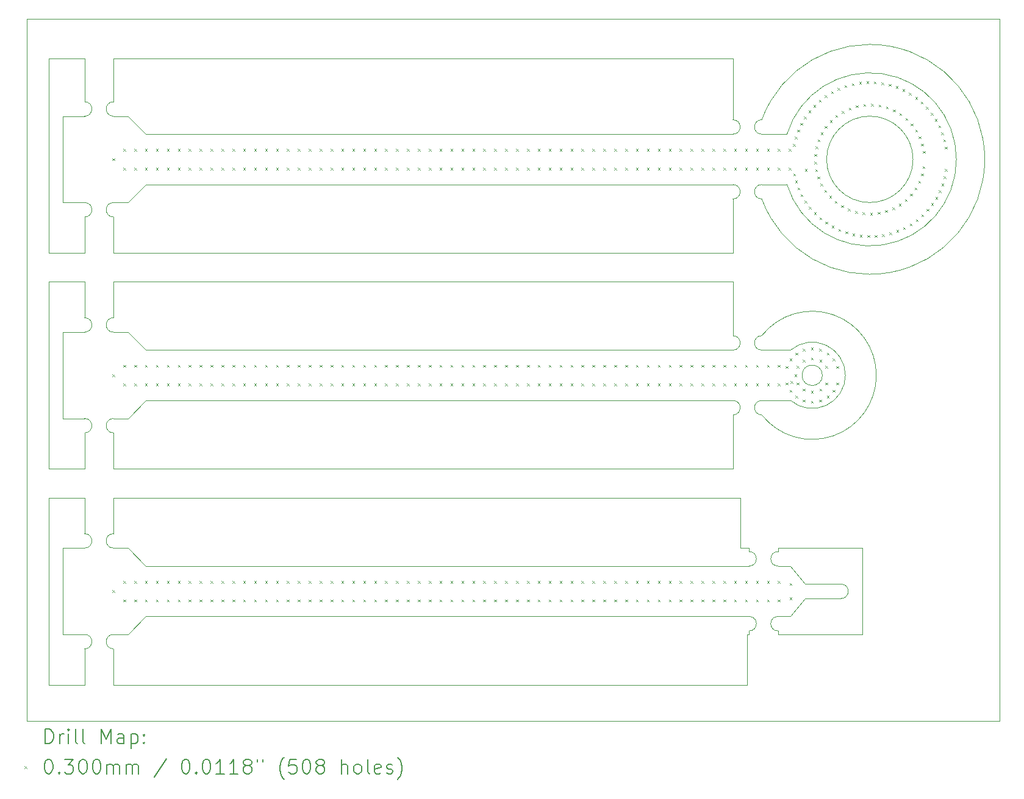
<source format=gbr>
%FSLAX45Y45*%
G04 Gerber Fmt 4.5, Leading zero omitted, Abs format (unit mm)*
G04 Created by KiCad (PCBNEW (6.0.1)) date 2023-07-16 14:40:19*
%MOMM*%
%LPD*%
G01*
G04 APERTURE LIST*
%TA.AperFunction,Profile*%
%ADD10C,0.100000*%
%TD*%
%ADD11C,0.200000*%
%ADD12C,0.030000*%
G04 APERTURE END LIST*
D10*
X17100000Y-9450000D02*
G75*
G03*
X17100000Y-8750000I300000J350000D01*
G01*
X17000000Y-11500000D02*
X18100000Y-11500000D01*
X7900000Y-9700000D02*
X8150000Y-9450000D01*
X16300000Y-7800000D02*
X7700000Y-7800000D01*
X17100000Y-12450000D02*
X17300000Y-12200000D01*
X16925000Y-11500000D02*
X16925000Y-11550000D01*
X16525000Y-12700000D02*
X16500000Y-12700000D01*
X7300000Y-11500000D02*
X7000000Y-11500000D01*
X17050000Y-6450000D02*
G75*
G03*
X17050000Y-5750000I1150001J350000D01*
G01*
X7900000Y-12700000D02*
X8150000Y-12450000D01*
X16300000Y-4700000D02*
X7700000Y-4700000D01*
X7700000Y-12700000D02*
G75*
G03*
X7700000Y-12900000I0J-100000D01*
G01*
X16525000Y-12450000D02*
X8150000Y-12450000D01*
X17100000Y-11750000D02*
X17300000Y-12000000D01*
X16525000Y-11500000D02*
X16500000Y-11500000D01*
X6800000Y-4700000D02*
X7300000Y-4700000D01*
X7900000Y-6700000D02*
X8150000Y-6450000D01*
X16300000Y-8750000D02*
G75*
G03*
X16300000Y-8550000I0J100000D01*
G01*
X7300000Y-12900000D02*
G75*
G03*
X7300000Y-12700000I0J100000D01*
G01*
X7700000Y-9900000D02*
X7700000Y-10400000D01*
X16500000Y-13400000D02*
X16500000Y-12700000D01*
X16300000Y-9450000D02*
X8150000Y-9450000D01*
X7300000Y-13400000D02*
X6800000Y-13400000D01*
X7700000Y-8300000D02*
G75*
G03*
X7700000Y-8500000I0J-100000D01*
G01*
X16525000Y-11750000D02*
G75*
G03*
X16525000Y-11550000I0J100000D01*
G01*
X16700000Y-9650000D02*
G75*
G03*
X16700000Y-8550000I700182J550000D01*
G01*
X16925000Y-12450000D02*
G75*
G03*
X16925000Y-12650000I0J-100000D01*
G01*
X6800000Y-10400000D02*
X7300000Y-10400000D01*
X7300000Y-5300000D02*
X7300000Y-4700000D01*
X7900000Y-9700000D02*
X7700000Y-9700000D01*
X16925000Y-11550000D02*
G75*
G03*
X16925000Y-11750000I0J-100000D01*
G01*
X16525000Y-12650000D02*
G75*
G03*
X16525000Y-12450000I0J100000D01*
G01*
X18100000Y-11500000D02*
X18100000Y-12700000D01*
X7700000Y-10800000D02*
X7700000Y-11300000D01*
X16300000Y-10400000D02*
X16300000Y-9650000D01*
X8150000Y-11750000D02*
X7900000Y-11500000D01*
X7700000Y-7800000D02*
X7700000Y-8300000D01*
X7900000Y-6700000D02*
X7700000Y-6700000D01*
X18100000Y-12700000D02*
X17000000Y-12700000D01*
X7300000Y-7800000D02*
X6800000Y-7800000D01*
X16400000Y-10800000D02*
X7700000Y-10800000D01*
X16700000Y-6450000D02*
X17050000Y-6450000D01*
X16700000Y-8750000D02*
X17100000Y-8750000D01*
X7300000Y-9900000D02*
G75*
G03*
X7300000Y-9700000I0J100000D01*
G01*
X16300000Y-5550000D02*
X16300000Y-4700000D01*
X7000000Y-5500000D02*
X7000000Y-6700000D01*
X8150000Y-8750000D02*
X7900000Y-8500000D01*
X7300000Y-5500000D02*
G75*
G03*
X7300000Y-5300000I0J100000D01*
G01*
X16700000Y-8550000D02*
G75*
G03*
X16700000Y-8750000I0J-100000D01*
G01*
X6800000Y-13400000D02*
X6800000Y-10800000D01*
X6800000Y-7400000D02*
X6800000Y-4700000D01*
X7300000Y-8500000D02*
G75*
G03*
X7300000Y-8300000I0J100000D01*
G01*
X16925000Y-12700000D02*
X17000000Y-12700000D01*
X7700000Y-5300000D02*
G75*
G03*
X7700000Y-5500000I0J-100000D01*
G01*
X17541421Y-9100000D02*
G75*
G03*
X17541421Y-9100000I-141421J0D01*
G01*
X16300000Y-6450000D02*
X8150000Y-6450000D01*
X7900000Y-11500000D02*
X7700000Y-11500000D01*
X16700000Y-6450000D02*
G75*
G03*
X16700000Y-6650000I0J-100000D01*
G01*
X7000000Y-8500000D02*
X7000000Y-9700000D01*
X7000000Y-9700000D02*
X7300000Y-9700000D01*
X16925000Y-12650000D02*
X16925000Y-12700000D01*
X7700000Y-7400000D02*
X16300000Y-7400000D01*
X16525000Y-11550000D02*
X16525000Y-11500000D01*
X17800000Y-12200000D02*
X17300000Y-12200000D01*
X16700000Y-6650000D02*
G75*
G03*
X16700000Y-5550000I1498891J550000D01*
G01*
X7300000Y-10800000D02*
X7300000Y-11300000D01*
X16700000Y-5550000D02*
G75*
G03*
X16700000Y-5750000I0J-100000D01*
G01*
X7900000Y-12700000D02*
X7700000Y-12700000D01*
X16400000Y-11500000D02*
X16400000Y-10800000D01*
X7000000Y-6700000D02*
X7300000Y-6700000D01*
X16300000Y-9650000D02*
G75*
G03*
X16300000Y-9450000I0J100000D01*
G01*
X7300000Y-6900000D02*
X7300000Y-7400000D01*
X16700000Y-9450000D02*
G75*
G03*
X16700000Y-9650000I0J-100000D01*
G01*
X8150000Y-5750000D02*
X7900000Y-5500000D01*
X7700000Y-5300000D02*
X7700000Y-4700000D01*
X7300000Y-12900000D02*
X7300000Y-13400000D01*
X7300000Y-8500000D02*
X7000000Y-8500000D01*
X17300000Y-12000000D02*
X17800000Y-12000000D01*
X7700000Y-6900000D02*
X7700000Y-7400000D01*
X16300000Y-5750000D02*
X8150000Y-5750000D01*
X6800000Y-7800000D02*
X6800000Y-10400000D01*
X7700000Y-12900000D02*
X7700000Y-13400000D01*
X7000000Y-11500000D02*
X7000000Y-12700000D01*
X16300000Y-8750000D02*
X8150000Y-8750000D01*
X16300000Y-8550000D02*
X16300000Y-7800000D01*
X7700000Y-9700000D02*
G75*
G03*
X7700000Y-9900000I0J-100000D01*
G01*
X16300000Y-6650000D02*
G75*
G03*
X16300000Y-6450000I0J100000D01*
G01*
X7300000Y-6900000D02*
G75*
G03*
X7300000Y-6700000I0J100000D01*
G01*
X16500000Y-11500000D02*
X16400000Y-11500000D01*
X16300000Y-7400000D02*
X16300000Y-6650000D01*
X18800000Y-6100000D02*
G75*
G03*
X18800000Y-6100000I-600000J0D01*
G01*
X7300000Y-10400000D02*
X7300000Y-9900000D01*
X7000000Y-5500000D02*
X7300000Y-5500000D01*
X16925000Y-11750000D02*
X17100000Y-11750000D01*
X16700000Y-9450000D02*
X17100000Y-9450000D01*
X7700000Y-6700000D02*
G75*
G03*
X7700000Y-6900000I0J-100000D01*
G01*
X17000000Y-11500000D02*
X16925000Y-11500000D01*
X7900000Y-5500000D02*
X7700000Y-5500000D01*
X7300000Y-7400000D02*
X6800000Y-7400000D01*
X7700000Y-10400000D02*
X16300000Y-10400000D01*
X6800000Y-10800000D02*
X7300000Y-10800000D01*
X7900000Y-8500000D02*
X7700000Y-8500000D01*
X16700000Y-5750000D02*
X17050000Y-5750000D01*
X7300000Y-8300000D02*
X7300000Y-7800000D01*
X6500000Y-4150000D02*
X20000000Y-4150000D01*
X20000000Y-4150000D02*
X20000000Y-13900000D01*
X20000000Y-13900000D02*
X6500000Y-13900000D01*
X6500000Y-13900000D02*
X6500000Y-4150000D01*
X16925000Y-12450000D02*
X17100000Y-12450000D01*
X16525000Y-11750000D02*
X8150000Y-11750000D01*
X16525000Y-12650000D02*
X16525000Y-12700000D01*
X7700000Y-11300000D02*
G75*
G03*
X7700000Y-11500000I0J-100000D01*
G01*
X7300000Y-11500000D02*
G75*
G03*
X7300000Y-11300000I0J100000D01*
G01*
X17800000Y-12200000D02*
G75*
G03*
X17800000Y-12000000I0J100000D01*
G01*
X7000000Y-12700000D02*
X7300000Y-12700000D01*
X7700000Y-13400000D02*
X16500000Y-13400000D01*
X16300000Y-5750000D02*
G75*
G03*
X16300000Y-5550000I0J100000D01*
G01*
D11*
D12*
X7685000Y-6085000D02*
X7715000Y-6115000D01*
X7715000Y-6085000D02*
X7685000Y-6115000D01*
X7685000Y-9085000D02*
X7715000Y-9115000D01*
X7715000Y-9085000D02*
X7685000Y-9115000D01*
X7685000Y-12085000D02*
X7715000Y-12115000D01*
X7715000Y-12085000D02*
X7685000Y-12115000D01*
X7836452Y-5955000D02*
X7866452Y-5985000D01*
X7866452Y-5955000D02*
X7836452Y-5985000D01*
X7836452Y-6215000D02*
X7866452Y-6245000D01*
X7866452Y-6215000D02*
X7836452Y-6245000D01*
X7836452Y-8955000D02*
X7866452Y-8985000D01*
X7866452Y-8955000D02*
X7836452Y-8985000D01*
X7836452Y-9215000D02*
X7866452Y-9245000D01*
X7866452Y-9215000D02*
X7836452Y-9245000D01*
X7836452Y-11955000D02*
X7866452Y-11985000D01*
X7866452Y-11955000D02*
X7836452Y-11985000D01*
X7836452Y-12215000D02*
X7866452Y-12245000D01*
X7866452Y-12215000D02*
X7836452Y-12245000D01*
X7987903Y-5955000D02*
X8017903Y-5985000D01*
X8017903Y-5955000D02*
X7987903Y-5985000D01*
X7987903Y-6215000D02*
X8017903Y-6245000D01*
X8017903Y-6215000D02*
X7987903Y-6245000D01*
X7987903Y-8955000D02*
X8017903Y-8985000D01*
X8017903Y-8955000D02*
X7987903Y-8985000D01*
X7987903Y-9215000D02*
X8017903Y-9245000D01*
X8017903Y-9215000D02*
X7987903Y-9245000D01*
X7987903Y-11955000D02*
X8017903Y-11985000D01*
X8017903Y-11955000D02*
X7987903Y-11985000D01*
X7987903Y-12215000D02*
X8017903Y-12245000D01*
X8017903Y-12215000D02*
X7987903Y-12245000D01*
X8139355Y-5955000D02*
X8169355Y-5985000D01*
X8169355Y-5955000D02*
X8139355Y-5985000D01*
X8139355Y-6215000D02*
X8169355Y-6245000D01*
X8169355Y-6215000D02*
X8139355Y-6245000D01*
X8139355Y-8955000D02*
X8169355Y-8985000D01*
X8169355Y-8955000D02*
X8139355Y-8985000D01*
X8139355Y-9215000D02*
X8169355Y-9245000D01*
X8169355Y-9215000D02*
X8139355Y-9245000D01*
X8139355Y-11955000D02*
X8169355Y-11985000D01*
X8169355Y-11955000D02*
X8139355Y-11985000D01*
X8139355Y-12215000D02*
X8169355Y-12245000D01*
X8169355Y-12215000D02*
X8139355Y-12245000D01*
X8290806Y-5955000D02*
X8320806Y-5985000D01*
X8320806Y-5955000D02*
X8290806Y-5985000D01*
X8290806Y-6215000D02*
X8320806Y-6245000D01*
X8320806Y-6215000D02*
X8290806Y-6245000D01*
X8290806Y-8955000D02*
X8320806Y-8985000D01*
X8320806Y-8955000D02*
X8290806Y-8985000D01*
X8290806Y-9215000D02*
X8320806Y-9245000D01*
X8320806Y-9215000D02*
X8290806Y-9245000D01*
X8290806Y-11955000D02*
X8320806Y-11985000D01*
X8320806Y-11955000D02*
X8290806Y-11985000D01*
X8290806Y-12215000D02*
X8320806Y-12245000D01*
X8320806Y-12215000D02*
X8290806Y-12245000D01*
X8442258Y-5955000D02*
X8472258Y-5985000D01*
X8472258Y-5955000D02*
X8442258Y-5985000D01*
X8442258Y-6215000D02*
X8472258Y-6245000D01*
X8472258Y-6215000D02*
X8442258Y-6245000D01*
X8442258Y-8955000D02*
X8472258Y-8985000D01*
X8472258Y-8955000D02*
X8442258Y-8985000D01*
X8442258Y-9215000D02*
X8472258Y-9245000D01*
X8472258Y-9215000D02*
X8442258Y-9245000D01*
X8442258Y-11955000D02*
X8472258Y-11985000D01*
X8472258Y-11955000D02*
X8442258Y-11985000D01*
X8442258Y-12215000D02*
X8472258Y-12245000D01*
X8472258Y-12215000D02*
X8442258Y-12245000D01*
X8593710Y-5955000D02*
X8623710Y-5985000D01*
X8623710Y-5955000D02*
X8593710Y-5985000D01*
X8593710Y-6215000D02*
X8623710Y-6245000D01*
X8623710Y-6215000D02*
X8593710Y-6245000D01*
X8593710Y-8955000D02*
X8623710Y-8985000D01*
X8623710Y-8955000D02*
X8593710Y-8985000D01*
X8593710Y-9215000D02*
X8623710Y-9245000D01*
X8623710Y-9215000D02*
X8593710Y-9245000D01*
X8593710Y-11955000D02*
X8623710Y-11985000D01*
X8623710Y-11955000D02*
X8593710Y-11985000D01*
X8593710Y-12215000D02*
X8623710Y-12245000D01*
X8623710Y-12215000D02*
X8593710Y-12245000D01*
X8745161Y-5955000D02*
X8775161Y-5985000D01*
X8775161Y-5955000D02*
X8745161Y-5985000D01*
X8745161Y-6215000D02*
X8775161Y-6245000D01*
X8775161Y-6215000D02*
X8745161Y-6245000D01*
X8745161Y-8955000D02*
X8775161Y-8985000D01*
X8775161Y-8955000D02*
X8745161Y-8985000D01*
X8745161Y-9215000D02*
X8775161Y-9245000D01*
X8775161Y-9215000D02*
X8745161Y-9245000D01*
X8745161Y-11955000D02*
X8775161Y-11985000D01*
X8775161Y-11955000D02*
X8745161Y-11985000D01*
X8745161Y-12215000D02*
X8775161Y-12245000D01*
X8775161Y-12215000D02*
X8745161Y-12245000D01*
X8896613Y-5955000D02*
X8926613Y-5985000D01*
X8926613Y-5955000D02*
X8896613Y-5985000D01*
X8896613Y-6215000D02*
X8926613Y-6245000D01*
X8926613Y-6215000D02*
X8896613Y-6245000D01*
X8896613Y-8955000D02*
X8926613Y-8985000D01*
X8926613Y-8955000D02*
X8896613Y-8985000D01*
X8896613Y-9215000D02*
X8926613Y-9245000D01*
X8926613Y-9215000D02*
X8896613Y-9245000D01*
X8896613Y-11955000D02*
X8926613Y-11985000D01*
X8926613Y-11955000D02*
X8896613Y-11985000D01*
X8896613Y-12215000D02*
X8926613Y-12245000D01*
X8926613Y-12215000D02*
X8896613Y-12245000D01*
X9048065Y-5955000D02*
X9078065Y-5985000D01*
X9078065Y-5955000D02*
X9048065Y-5985000D01*
X9048065Y-6215000D02*
X9078065Y-6245000D01*
X9078065Y-6215000D02*
X9048065Y-6245000D01*
X9048065Y-8955000D02*
X9078065Y-8985000D01*
X9078065Y-8955000D02*
X9048065Y-8985000D01*
X9048065Y-9215000D02*
X9078065Y-9245000D01*
X9078065Y-9215000D02*
X9048065Y-9245000D01*
X9048065Y-11955000D02*
X9078065Y-11985000D01*
X9078065Y-11955000D02*
X9048065Y-11985000D01*
X9048065Y-12215000D02*
X9078065Y-12245000D01*
X9078065Y-12215000D02*
X9048065Y-12245000D01*
X9199516Y-5955000D02*
X9229516Y-5985000D01*
X9229516Y-5955000D02*
X9199516Y-5985000D01*
X9199516Y-6215000D02*
X9229516Y-6245000D01*
X9229516Y-6215000D02*
X9199516Y-6245000D01*
X9199516Y-8955000D02*
X9229516Y-8985000D01*
X9229516Y-8955000D02*
X9199516Y-8985000D01*
X9199516Y-9215000D02*
X9229516Y-9245000D01*
X9229516Y-9215000D02*
X9199516Y-9245000D01*
X9199516Y-11955000D02*
X9229516Y-11985000D01*
X9229516Y-11955000D02*
X9199516Y-11985000D01*
X9199516Y-12215000D02*
X9229516Y-12245000D01*
X9229516Y-12215000D02*
X9199516Y-12245000D01*
X9350968Y-5955000D02*
X9380968Y-5985000D01*
X9380968Y-5955000D02*
X9350968Y-5985000D01*
X9350968Y-6215000D02*
X9380968Y-6245000D01*
X9380968Y-6215000D02*
X9350968Y-6245000D01*
X9350968Y-8955000D02*
X9380968Y-8985000D01*
X9380968Y-8955000D02*
X9350968Y-8985000D01*
X9350968Y-9215000D02*
X9380968Y-9245000D01*
X9380968Y-9215000D02*
X9350968Y-9245000D01*
X9350968Y-11955000D02*
X9380968Y-11985000D01*
X9380968Y-11955000D02*
X9350968Y-11985000D01*
X9350968Y-12215000D02*
X9380968Y-12245000D01*
X9380968Y-12215000D02*
X9350968Y-12245000D01*
X9502419Y-5955000D02*
X9532419Y-5985000D01*
X9532419Y-5955000D02*
X9502419Y-5985000D01*
X9502419Y-6215000D02*
X9532419Y-6245000D01*
X9532419Y-6215000D02*
X9502419Y-6245000D01*
X9502419Y-8955000D02*
X9532419Y-8985000D01*
X9532419Y-8955000D02*
X9502419Y-8985000D01*
X9502419Y-9215000D02*
X9532419Y-9245000D01*
X9532419Y-9215000D02*
X9502419Y-9245000D01*
X9502419Y-11955000D02*
X9532419Y-11985000D01*
X9532419Y-11955000D02*
X9502419Y-11985000D01*
X9502419Y-12215000D02*
X9532419Y-12245000D01*
X9532419Y-12215000D02*
X9502419Y-12245000D01*
X9653871Y-5955000D02*
X9683871Y-5985000D01*
X9683871Y-5955000D02*
X9653871Y-5985000D01*
X9653871Y-6215000D02*
X9683871Y-6245000D01*
X9683871Y-6215000D02*
X9653871Y-6245000D01*
X9653871Y-8955000D02*
X9683871Y-8985000D01*
X9683871Y-8955000D02*
X9653871Y-8985000D01*
X9653871Y-9215000D02*
X9683871Y-9245000D01*
X9683871Y-9215000D02*
X9653871Y-9245000D01*
X9653871Y-11955000D02*
X9683871Y-11985000D01*
X9683871Y-11955000D02*
X9653871Y-11985000D01*
X9653871Y-12215000D02*
X9683871Y-12245000D01*
X9683871Y-12215000D02*
X9653871Y-12245000D01*
X9805323Y-5955000D02*
X9835323Y-5985000D01*
X9835323Y-5955000D02*
X9805323Y-5985000D01*
X9805323Y-6215000D02*
X9835323Y-6245000D01*
X9835323Y-6215000D02*
X9805323Y-6245000D01*
X9805323Y-8955000D02*
X9835323Y-8985000D01*
X9835323Y-8955000D02*
X9805323Y-8985000D01*
X9805323Y-9215000D02*
X9835323Y-9245000D01*
X9835323Y-9215000D02*
X9805323Y-9245000D01*
X9805323Y-11955000D02*
X9835323Y-11985000D01*
X9835323Y-11955000D02*
X9805323Y-11985000D01*
X9805323Y-12215000D02*
X9835323Y-12245000D01*
X9835323Y-12215000D02*
X9805323Y-12245000D01*
X9956774Y-5955000D02*
X9986774Y-5985000D01*
X9986774Y-5955000D02*
X9956774Y-5985000D01*
X9956774Y-6215000D02*
X9986774Y-6245000D01*
X9986774Y-6215000D02*
X9956774Y-6245000D01*
X9956774Y-8955000D02*
X9986774Y-8985000D01*
X9986774Y-8955000D02*
X9956774Y-8985000D01*
X9956774Y-9215000D02*
X9986774Y-9245000D01*
X9986774Y-9215000D02*
X9956774Y-9245000D01*
X9956774Y-11955000D02*
X9986774Y-11985000D01*
X9986774Y-11955000D02*
X9956774Y-11985000D01*
X9956774Y-12215000D02*
X9986774Y-12245000D01*
X9986774Y-12215000D02*
X9956774Y-12245000D01*
X10108226Y-5955000D02*
X10138226Y-5985000D01*
X10138226Y-5955000D02*
X10108226Y-5985000D01*
X10108226Y-6215000D02*
X10138226Y-6245000D01*
X10138226Y-6215000D02*
X10108226Y-6245000D01*
X10108226Y-8955000D02*
X10138226Y-8985000D01*
X10138226Y-8955000D02*
X10108226Y-8985000D01*
X10108226Y-9215000D02*
X10138226Y-9245000D01*
X10138226Y-9215000D02*
X10108226Y-9245000D01*
X10108226Y-11955000D02*
X10138226Y-11985000D01*
X10138226Y-11955000D02*
X10108226Y-11985000D01*
X10108226Y-12215000D02*
X10138226Y-12245000D01*
X10138226Y-12215000D02*
X10108226Y-12245000D01*
X10259677Y-5955000D02*
X10289677Y-5985000D01*
X10289677Y-5955000D02*
X10259677Y-5985000D01*
X10259677Y-6215000D02*
X10289677Y-6245000D01*
X10289677Y-6215000D02*
X10259677Y-6245000D01*
X10259677Y-8955000D02*
X10289677Y-8985000D01*
X10289677Y-8955000D02*
X10259677Y-8985000D01*
X10259677Y-9215000D02*
X10289677Y-9245000D01*
X10289677Y-9215000D02*
X10259677Y-9245000D01*
X10259677Y-11955000D02*
X10289677Y-11985000D01*
X10289677Y-11955000D02*
X10259677Y-11985000D01*
X10259677Y-12215000D02*
X10289677Y-12245000D01*
X10289677Y-12215000D02*
X10259677Y-12245000D01*
X10411129Y-5955000D02*
X10441129Y-5985000D01*
X10441129Y-5955000D02*
X10411129Y-5985000D01*
X10411129Y-6215000D02*
X10441129Y-6245000D01*
X10441129Y-6215000D02*
X10411129Y-6245000D01*
X10411129Y-8955000D02*
X10441129Y-8985000D01*
X10441129Y-8955000D02*
X10411129Y-8985000D01*
X10411129Y-9215000D02*
X10441129Y-9245000D01*
X10441129Y-9215000D02*
X10411129Y-9245000D01*
X10411129Y-11955000D02*
X10441129Y-11985000D01*
X10441129Y-11955000D02*
X10411129Y-11985000D01*
X10411129Y-12215000D02*
X10441129Y-12245000D01*
X10441129Y-12215000D02*
X10411129Y-12245000D01*
X10562581Y-5955000D02*
X10592581Y-5985000D01*
X10592581Y-5955000D02*
X10562581Y-5985000D01*
X10562581Y-6215000D02*
X10592581Y-6245000D01*
X10592581Y-6215000D02*
X10562581Y-6245000D01*
X10562581Y-8955000D02*
X10592581Y-8985000D01*
X10592581Y-8955000D02*
X10562581Y-8985000D01*
X10562581Y-9215000D02*
X10592581Y-9245000D01*
X10592581Y-9215000D02*
X10562581Y-9245000D01*
X10562581Y-11955000D02*
X10592581Y-11985000D01*
X10592581Y-11955000D02*
X10562581Y-11985000D01*
X10562581Y-12215000D02*
X10592581Y-12245000D01*
X10592581Y-12215000D02*
X10562581Y-12245000D01*
X10714032Y-5955000D02*
X10744032Y-5985000D01*
X10744032Y-5955000D02*
X10714032Y-5985000D01*
X10714032Y-6215000D02*
X10744032Y-6245000D01*
X10744032Y-6215000D02*
X10714032Y-6245000D01*
X10714032Y-8955000D02*
X10744032Y-8985000D01*
X10744032Y-8955000D02*
X10714032Y-8985000D01*
X10714032Y-9215000D02*
X10744032Y-9245000D01*
X10744032Y-9215000D02*
X10714032Y-9245000D01*
X10714032Y-11955000D02*
X10744032Y-11985000D01*
X10744032Y-11955000D02*
X10714032Y-11985000D01*
X10714032Y-12215000D02*
X10744032Y-12245000D01*
X10744032Y-12215000D02*
X10714032Y-12245000D01*
X10865484Y-5955000D02*
X10895484Y-5985000D01*
X10895484Y-5955000D02*
X10865484Y-5985000D01*
X10865484Y-6215000D02*
X10895484Y-6245000D01*
X10895484Y-6215000D02*
X10865484Y-6245000D01*
X10865484Y-8955000D02*
X10895484Y-8985000D01*
X10895484Y-8955000D02*
X10865484Y-8985000D01*
X10865484Y-9215000D02*
X10895484Y-9245000D01*
X10895484Y-9215000D02*
X10865484Y-9245000D01*
X10865484Y-11955000D02*
X10895484Y-11985000D01*
X10895484Y-11955000D02*
X10865484Y-11985000D01*
X10865484Y-12215000D02*
X10895484Y-12245000D01*
X10895484Y-12215000D02*
X10865484Y-12245000D01*
X11016935Y-5955000D02*
X11046935Y-5985000D01*
X11046935Y-5955000D02*
X11016935Y-5985000D01*
X11016935Y-6215000D02*
X11046935Y-6245000D01*
X11046935Y-6215000D02*
X11016935Y-6245000D01*
X11016935Y-8955000D02*
X11046935Y-8985000D01*
X11046935Y-8955000D02*
X11016935Y-8985000D01*
X11016935Y-9215000D02*
X11046935Y-9245000D01*
X11046935Y-9215000D02*
X11016935Y-9245000D01*
X11016935Y-11955000D02*
X11046935Y-11985000D01*
X11046935Y-11955000D02*
X11016935Y-11985000D01*
X11016935Y-12215000D02*
X11046935Y-12245000D01*
X11046935Y-12215000D02*
X11016935Y-12245000D01*
X11168387Y-5955000D02*
X11198387Y-5985000D01*
X11198387Y-5955000D02*
X11168387Y-5985000D01*
X11168387Y-6215000D02*
X11198387Y-6245000D01*
X11198387Y-6215000D02*
X11168387Y-6245000D01*
X11168387Y-8955000D02*
X11198387Y-8985000D01*
X11198387Y-8955000D02*
X11168387Y-8985000D01*
X11168387Y-9215000D02*
X11198387Y-9245000D01*
X11198387Y-9215000D02*
X11168387Y-9245000D01*
X11168387Y-11955000D02*
X11198387Y-11985000D01*
X11198387Y-11955000D02*
X11168387Y-11985000D01*
X11168387Y-12215000D02*
X11198387Y-12245000D01*
X11198387Y-12215000D02*
X11168387Y-12245000D01*
X11319839Y-5955000D02*
X11349839Y-5985000D01*
X11349839Y-5955000D02*
X11319839Y-5985000D01*
X11319839Y-6215000D02*
X11349839Y-6245000D01*
X11349839Y-6215000D02*
X11319839Y-6245000D01*
X11319839Y-8955000D02*
X11349839Y-8985000D01*
X11349839Y-8955000D02*
X11319839Y-8985000D01*
X11319839Y-9215000D02*
X11349839Y-9245000D01*
X11349839Y-9215000D02*
X11319839Y-9245000D01*
X11319839Y-11955000D02*
X11349839Y-11985000D01*
X11349839Y-11955000D02*
X11319839Y-11985000D01*
X11319839Y-12215000D02*
X11349839Y-12245000D01*
X11349839Y-12215000D02*
X11319839Y-12245000D01*
X11471290Y-5955000D02*
X11501290Y-5985000D01*
X11501290Y-5955000D02*
X11471290Y-5985000D01*
X11471290Y-6215000D02*
X11501290Y-6245000D01*
X11501290Y-6215000D02*
X11471290Y-6245000D01*
X11471290Y-8955000D02*
X11501290Y-8985000D01*
X11501290Y-8955000D02*
X11471290Y-8985000D01*
X11471290Y-9215000D02*
X11501290Y-9245000D01*
X11501290Y-9215000D02*
X11471290Y-9245000D01*
X11471290Y-11955000D02*
X11501290Y-11985000D01*
X11501290Y-11955000D02*
X11471290Y-11985000D01*
X11471290Y-12215000D02*
X11501290Y-12245000D01*
X11501290Y-12215000D02*
X11471290Y-12245000D01*
X11622742Y-5955000D02*
X11652742Y-5985000D01*
X11652742Y-5955000D02*
X11622742Y-5985000D01*
X11622742Y-6215000D02*
X11652742Y-6245000D01*
X11652742Y-6215000D02*
X11622742Y-6245000D01*
X11622742Y-8955000D02*
X11652742Y-8985000D01*
X11652742Y-8955000D02*
X11622742Y-8985000D01*
X11622742Y-9215000D02*
X11652742Y-9245000D01*
X11652742Y-9215000D02*
X11622742Y-9245000D01*
X11622742Y-11955000D02*
X11652742Y-11985000D01*
X11652742Y-11955000D02*
X11622742Y-11985000D01*
X11622742Y-12215000D02*
X11652742Y-12245000D01*
X11652742Y-12215000D02*
X11622742Y-12245000D01*
X11774193Y-5955000D02*
X11804193Y-5985000D01*
X11804193Y-5955000D02*
X11774193Y-5985000D01*
X11774193Y-6215000D02*
X11804193Y-6245000D01*
X11804193Y-6215000D02*
X11774193Y-6245000D01*
X11774193Y-8955000D02*
X11804193Y-8985000D01*
X11804193Y-8955000D02*
X11774193Y-8985000D01*
X11774193Y-9215000D02*
X11804193Y-9245000D01*
X11804193Y-9215000D02*
X11774193Y-9245000D01*
X11774193Y-11955000D02*
X11804193Y-11985000D01*
X11804193Y-11955000D02*
X11774193Y-11985000D01*
X11774193Y-12215000D02*
X11804193Y-12245000D01*
X11804193Y-12215000D02*
X11774193Y-12245000D01*
X11925645Y-5955000D02*
X11955645Y-5985000D01*
X11955645Y-5955000D02*
X11925645Y-5985000D01*
X11925645Y-6215000D02*
X11955645Y-6245000D01*
X11955645Y-6215000D02*
X11925645Y-6245000D01*
X11925645Y-8955000D02*
X11955645Y-8985000D01*
X11955645Y-8955000D02*
X11925645Y-8985000D01*
X11925645Y-9215000D02*
X11955645Y-9245000D01*
X11955645Y-9215000D02*
X11925645Y-9245000D01*
X11925645Y-11955000D02*
X11955645Y-11985000D01*
X11955645Y-11955000D02*
X11925645Y-11985000D01*
X11925645Y-12215000D02*
X11955645Y-12245000D01*
X11955645Y-12215000D02*
X11925645Y-12245000D01*
X12077097Y-5955000D02*
X12107097Y-5985000D01*
X12107097Y-5955000D02*
X12077097Y-5985000D01*
X12077097Y-6215000D02*
X12107097Y-6245000D01*
X12107097Y-6215000D02*
X12077097Y-6245000D01*
X12077097Y-8955000D02*
X12107097Y-8985000D01*
X12107097Y-8955000D02*
X12077097Y-8985000D01*
X12077097Y-9215000D02*
X12107097Y-9245000D01*
X12107097Y-9215000D02*
X12077097Y-9245000D01*
X12077097Y-11955000D02*
X12107097Y-11985000D01*
X12107097Y-11955000D02*
X12077097Y-11985000D01*
X12077097Y-12215000D02*
X12107097Y-12245000D01*
X12107097Y-12215000D02*
X12077097Y-12245000D01*
X12228548Y-5955000D02*
X12258548Y-5985000D01*
X12258548Y-5955000D02*
X12228548Y-5985000D01*
X12228548Y-6215000D02*
X12258548Y-6245000D01*
X12258548Y-6215000D02*
X12228548Y-6245000D01*
X12228548Y-8955000D02*
X12258548Y-8985000D01*
X12258548Y-8955000D02*
X12228548Y-8985000D01*
X12228548Y-9215000D02*
X12258548Y-9245000D01*
X12258548Y-9215000D02*
X12228548Y-9245000D01*
X12228548Y-11955000D02*
X12258548Y-11985000D01*
X12258548Y-11955000D02*
X12228548Y-11985000D01*
X12228548Y-12215000D02*
X12258548Y-12245000D01*
X12258548Y-12215000D02*
X12228548Y-12245000D01*
X12380000Y-5955000D02*
X12410000Y-5985000D01*
X12410000Y-5955000D02*
X12380000Y-5985000D01*
X12380000Y-6215000D02*
X12410000Y-6245000D01*
X12410000Y-6215000D02*
X12380000Y-6245000D01*
X12380000Y-8955000D02*
X12410000Y-8985000D01*
X12410000Y-8955000D02*
X12380000Y-8985000D01*
X12380000Y-9215000D02*
X12410000Y-9245000D01*
X12410000Y-9215000D02*
X12380000Y-9245000D01*
X12380000Y-11955000D02*
X12410000Y-11985000D01*
X12410000Y-11955000D02*
X12380000Y-11985000D01*
X12380000Y-12215000D02*
X12410000Y-12245000D01*
X12410000Y-12215000D02*
X12380000Y-12245000D01*
X12531452Y-5955000D02*
X12561452Y-5985000D01*
X12561452Y-5955000D02*
X12531452Y-5985000D01*
X12531452Y-6215000D02*
X12561452Y-6245000D01*
X12561452Y-6215000D02*
X12531452Y-6245000D01*
X12531452Y-8955000D02*
X12561452Y-8985000D01*
X12561452Y-8955000D02*
X12531452Y-8985000D01*
X12531452Y-9215000D02*
X12561452Y-9245000D01*
X12561452Y-9215000D02*
X12531452Y-9245000D01*
X12531452Y-11955000D02*
X12561452Y-11985000D01*
X12561452Y-11955000D02*
X12531452Y-11985000D01*
X12531452Y-12215000D02*
X12561452Y-12245000D01*
X12561452Y-12215000D02*
X12531452Y-12245000D01*
X12682903Y-5955000D02*
X12712903Y-5985000D01*
X12712903Y-5955000D02*
X12682903Y-5985000D01*
X12682903Y-6215000D02*
X12712903Y-6245000D01*
X12712903Y-6215000D02*
X12682903Y-6245000D01*
X12682903Y-8955000D02*
X12712903Y-8985000D01*
X12712903Y-8955000D02*
X12682903Y-8985000D01*
X12682903Y-9215000D02*
X12712903Y-9245000D01*
X12712903Y-9215000D02*
X12682903Y-9245000D01*
X12682903Y-11955000D02*
X12712903Y-11985000D01*
X12712903Y-11955000D02*
X12682903Y-11985000D01*
X12682903Y-12215000D02*
X12712903Y-12245000D01*
X12712903Y-12215000D02*
X12682903Y-12245000D01*
X12834355Y-5955000D02*
X12864355Y-5985000D01*
X12864355Y-5955000D02*
X12834355Y-5985000D01*
X12834355Y-6215000D02*
X12864355Y-6245000D01*
X12864355Y-6215000D02*
X12834355Y-6245000D01*
X12834355Y-8955000D02*
X12864355Y-8985000D01*
X12864355Y-8955000D02*
X12834355Y-8985000D01*
X12834355Y-9215000D02*
X12864355Y-9245000D01*
X12864355Y-9215000D02*
X12834355Y-9245000D01*
X12834355Y-11955000D02*
X12864355Y-11985000D01*
X12864355Y-11955000D02*
X12834355Y-11985000D01*
X12834355Y-12215000D02*
X12864355Y-12245000D01*
X12864355Y-12215000D02*
X12834355Y-12245000D01*
X12985806Y-5955000D02*
X13015806Y-5985000D01*
X13015806Y-5955000D02*
X12985806Y-5985000D01*
X12985806Y-6215000D02*
X13015806Y-6245000D01*
X13015806Y-6215000D02*
X12985806Y-6245000D01*
X12985806Y-8955000D02*
X13015806Y-8985000D01*
X13015806Y-8955000D02*
X12985806Y-8985000D01*
X12985806Y-9215000D02*
X13015806Y-9245000D01*
X13015806Y-9215000D02*
X12985806Y-9245000D01*
X12985806Y-11955000D02*
X13015806Y-11985000D01*
X13015806Y-11955000D02*
X12985806Y-11985000D01*
X12985806Y-12215000D02*
X13015806Y-12245000D01*
X13015806Y-12215000D02*
X12985806Y-12245000D01*
X13137258Y-5955000D02*
X13167258Y-5985000D01*
X13167258Y-5955000D02*
X13137258Y-5985000D01*
X13137258Y-6215000D02*
X13167258Y-6245000D01*
X13167258Y-6215000D02*
X13137258Y-6245000D01*
X13137258Y-8955000D02*
X13167258Y-8985000D01*
X13167258Y-8955000D02*
X13137258Y-8985000D01*
X13137258Y-9215000D02*
X13167258Y-9245000D01*
X13167258Y-9215000D02*
X13137258Y-9245000D01*
X13137258Y-11955000D02*
X13167258Y-11985000D01*
X13167258Y-11955000D02*
X13137258Y-11985000D01*
X13137258Y-12215000D02*
X13167258Y-12245000D01*
X13167258Y-12215000D02*
X13137258Y-12245000D01*
X13288710Y-5955000D02*
X13318710Y-5985000D01*
X13318710Y-5955000D02*
X13288710Y-5985000D01*
X13288710Y-6215000D02*
X13318710Y-6245000D01*
X13318710Y-6215000D02*
X13288710Y-6245000D01*
X13288710Y-8955000D02*
X13318710Y-8985000D01*
X13318710Y-8955000D02*
X13288710Y-8985000D01*
X13288710Y-9215000D02*
X13318710Y-9245000D01*
X13318710Y-9215000D02*
X13288710Y-9245000D01*
X13288710Y-11955000D02*
X13318710Y-11985000D01*
X13318710Y-11955000D02*
X13288710Y-11985000D01*
X13288710Y-12215000D02*
X13318710Y-12245000D01*
X13318710Y-12215000D02*
X13288710Y-12245000D01*
X13440161Y-5955000D02*
X13470161Y-5985000D01*
X13470161Y-5955000D02*
X13440161Y-5985000D01*
X13440161Y-6215000D02*
X13470161Y-6245000D01*
X13470161Y-6215000D02*
X13440161Y-6245000D01*
X13440161Y-8955000D02*
X13470161Y-8985000D01*
X13470161Y-8955000D02*
X13440161Y-8985000D01*
X13440161Y-9215000D02*
X13470161Y-9245000D01*
X13470161Y-9215000D02*
X13440161Y-9245000D01*
X13440161Y-11955000D02*
X13470161Y-11985000D01*
X13470161Y-11955000D02*
X13440161Y-11985000D01*
X13440161Y-12215000D02*
X13470161Y-12245000D01*
X13470161Y-12215000D02*
X13440161Y-12245000D01*
X13591613Y-5955000D02*
X13621613Y-5985000D01*
X13621613Y-5955000D02*
X13591613Y-5985000D01*
X13591613Y-6215000D02*
X13621613Y-6245000D01*
X13621613Y-6215000D02*
X13591613Y-6245000D01*
X13591613Y-8955000D02*
X13621613Y-8985000D01*
X13621613Y-8955000D02*
X13591613Y-8985000D01*
X13591613Y-9215000D02*
X13621613Y-9245000D01*
X13621613Y-9215000D02*
X13591613Y-9245000D01*
X13591613Y-11955000D02*
X13621613Y-11985000D01*
X13621613Y-11955000D02*
X13591613Y-11985000D01*
X13591613Y-12215000D02*
X13621613Y-12245000D01*
X13621613Y-12215000D02*
X13591613Y-12245000D01*
X13743064Y-5955000D02*
X13773064Y-5985000D01*
X13773064Y-5955000D02*
X13743064Y-5985000D01*
X13743064Y-6215000D02*
X13773064Y-6245000D01*
X13773064Y-6215000D02*
X13743064Y-6245000D01*
X13743064Y-8955000D02*
X13773064Y-8985000D01*
X13773064Y-8955000D02*
X13743064Y-8985000D01*
X13743064Y-9215000D02*
X13773064Y-9245000D01*
X13773064Y-9215000D02*
X13743064Y-9245000D01*
X13743064Y-11955000D02*
X13773064Y-11985000D01*
X13773064Y-11955000D02*
X13743064Y-11985000D01*
X13743064Y-12215000D02*
X13773064Y-12245000D01*
X13773064Y-12215000D02*
X13743064Y-12245000D01*
X13894516Y-5955000D02*
X13924516Y-5985000D01*
X13924516Y-5955000D02*
X13894516Y-5985000D01*
X13894516Y-6215000D02*
X13924516Y-6245000D01*
X13924516Y-6215000D02*
X13894516Y-6245000D01*
X13894516Y-8955000D02*
X13924516Y-8985000D01*
X13924516Y-8955000D02*
X13894516Y-8985000D01*
X13894516Y-9215000D02*
X13924516Y-9245000D01*
X13924516Y-9215000D02*
X13894516Y-9245000D01*
X13894516Y-11955000D02*
X13924516Y-11985000D01*
X13924516Y-11955000D02*
X13894516Y-11985000D01*
X13894516Y-12215000D02*
X13924516Y-12245000D01*
X13924516Y-12215000D02*
X13894516Y-12245000D01*
X14045968Y-5955000D02*
X14075968Y-5985000D01*
X14075968Y-5955000D02*
X14045968Y-5985000D01*
X14045968Y-6215000D02*
X14075968Y-6245000D01*
X14075968Y-6215000D02*
X14045968Y-6245000D01*
X14045968Y-8955000D02*
X14075968Y-8985000D01*
X14075968Y-8955000D02*
X14045968Y-8985000D01*
X14045968Y-9215000D02*
X14075968Y-9245000D01*
X14075968Y-9215000D02*
X14045968Y-9245000D01*
X14045968Y-11955000D02*
X14075968Y-11985000D01*
X14075968Y-11955000D02*
X14045968Y-11985000D01*
X14045968Y-12215000D02*
X14075968Y-12245000D01*
X14075968Y-12215000D02*
X14045968Y-12245000D01*
X14197419Y-5955000D02*
X14227419Y-5985000D01*
X14227419Y-5955000D02*
X14197419Y-5985000D01*
X14197419Y-6215000D02*
X14227419Y-6245000D01*
X14227419Y-6215000D02*
X14197419Y-6245000D01*
X14197419Y-8955000D02*
X14227419Y-8985000D01*
X14227419Y-8955000D02*
X14197419Y-8985000D01*
X14197419Y-9215000D02*
X14227419Y-9245000D01*
X14227419Y-9215000D02*
X14197419Y-9245000D01*
X14197419Y-11955000D02*
X14227419Y-11985000D01*
X14227419Y-11955000D02*
X14197419Y-11985000D01*
X14197419Y-12215000D02*
X14227419Y-12245000D01*
X14227419Y-12215000D02*
X14197419Y-12245000D01*
X14348871Y-5955000D02*
X14378871Y-5985000D01*
X14378871Y-5955000D02*
X14348871Y-5985000D01*
X14348871Y-6215000D02*
X14378871Y-6245000D01*
X14378871Y-6215000D02*
X14348871Y-6245000D01*
X14348871Y-8955000D02*
X14378871Y-8985000D01*
X14378871Y-8955000D02*
X14348871Y-8985000D01*
X14348871Y-9215000D02*
X14378871Y-9245000D01*
X14378871Y-9215000D02*
X14348871Y-9245000D01*
X14348871Y-11955000D02*
X14378871Y-11985000D01*
X14378871Y-11955000D02*
X14348871Y-11985000D01*
X14348871Y-12215000D02*
X14378871Y-12245000D01*
X14378871Y-12215000D02*
X14348871Y-12245000D01*
X14500322Y-5955000D02*
X14530322Y-5985000D01*
X14530322Y-5955000D02*
X14500322Y-5985000D01*
X14500322Y-6215000D02*
X14530322Y-6245000D01*
X14530322Y-6215000D02*
X14500322Y-6245000D01*
X14500322Y-8955000D02*
X14530322Y-8985000D01*
X14530322Y-8955000D02*
X14500322Y-8985000D01*
X14500322Y-9215000D02*
X14530322Y-9245000D01*
X14530322Y-9215000D02*
X14500322Y-9245000D01*
X14500322Y-11955000D02*
X14530322Y-11985000D01*
X14530322Y-11955000D02*
X14500322Y-11985000D01*
X14500322Y-12215000D02*
X14530322Y-12245000D01*
X14530322Y-12215000D02*
X14500322Y-12245000D01*
X14651774Y-5955000D02*
X14681774Y-5985000D01*
X14681774Y-5955000D02*
X14651774Y-5985000D01*
X14651774Y-6215000D02*
X14681774Y-6245000D01*
X14681774Y-6215000D02*
X14651774Y-6245000D01*
X14651774Y-8955000D02*
X14681774Y-8985000D01*
X14681774Y-8955000D02*
X14651774Y-8985000D01*
X14651774Y-9215000D02*
X14681774Y-9245000D01*
X14681774Y-9215000D02*
X14651774Y-9245000D01*
X14651774Y-11955000D02*
X14681774Y-11985000D01*
X14681774Y-11955000D02*
X14651774Y-11985000D01*
X14651774Y-12215000D02*
X14681774Y-12245000D01*
X14681774Y-12215000D02*
X14651774Y-12245000D01*
X14803226Y-5955000D02*
X14833226Y-5985000D01*
X14833226Y-5955000D02*
X14803226Y-5985000D01*
X14803226Y-6215000D02*
X14833226Y-6245000D01*
X14833226Y-6215000D02*
X14803226Y-6245000D01*
X14803226Y-8955000D02*
X14833226Y-8985000D01*
X14833226Y-8955000D02*
X14803226Y-8985000D01*
X14803226Y-9215000D02*
X14833226Y-9245000D01*
X14833226Y-9215000D02*
X14803226Y-9245000D01*
X14803226Y-11955000D02*
X14833226Y-11985000D01*
X14833226Y-11955000D02*
X14803226Y-11985000D01*
X14803226Y-12215000D02*
X14833226Y-12245000D01*
X14833226Y-12215000D02*
X14803226Y-12245000D01*
X14954677Y-5955000D02*
X14984677Y-5985000D01*
X14984677Y-5955000D02*
X14954677Y-5985000D01*
X14954677Y-6215000D02*
X14984677Y-6245000D01*
X14984677Y-6215000D02*
X14954677Y-6245000D01*
X14954677Y-8955000D02*
X14984677Y-8985000D01*
X14984677Y-8955000D02*
X14954677Y-8985000D01*
X14954677Y-9215000D02*
X14984677Y-9245000D01*
X14984677Y-9215000D02*
X14954677Y-9245000D01*
X14954677Y-11955000D02*
X14984677Y-11985000D01*
X14984677Y-11955000D02*
X14954677Y-11985000D01*
X14954677Y-12215000D02*
X14984677Y-12245000D01*
X14984677Y-12215000D02*
X14954677Y-12245000D01*
X15106129Y-5955000D02*
X15136129Y-5985000D01*
X15136129Y-5955000D02*
X15106129Y-5985000D01*
X15106129Y-6215000D02*
X15136129Y-6245000D01*
X15136129Y-6215000D02*
X15106129Y-6245000D01*
X15106129Y-8955000D02*
X15136129Y-8985000D01*
X15136129Y-8955000D02*
X15106129Y-8985000D01*
X15106129Y-9215000D02*
X15136129Y-9245000D01*
X15136129Y-9215000D02*
X15106129Y-9245000D01*
X15106129Y-11955000D02*
X15136129Y-11985000D01*
X15136129Y-11955000D02*
X15106129Y-11985000D01*
X15106129Y-12215000D02*
X15136129Y-12245000D01*
X15136129Y-12215000D02*
X15106129Y-12245000D01*
X15257581Y-5955000D02*
X15287581Y-5985000D01*
X15287581Y-5955000D02*
X15257581Y-5985000D01*
X15257581Y-6215000D02*
X15287581Y-6245000D01*
X15287581Y-6215000D02*
X15257581Y-6245000D01*
X15257581Y-8955000D02*
X15287581Y-8985000D01*
X15287581Y-8955000D02*
X15257581Y-8985000D01*
X15257581Y-9215000D02*
X15287581Y-9245000D01*
X15287581Y-9215000D02*
X15257581Y-9245000D01*
X15257581Y-11955000D02*
X15287581Y-11985000D01*
X15287581Y-11955000D02*
X15257581Y-11985000D01*
X15257581Y-12215000D02*
X15287581Y-12245000D01*
X15287581Y-12215000D02*
X15257581Y-12245000D01*
X15409032Y-5955000D02*
X15439032Y-5985000D01*
X15439032Y-5955000D02*
X15409032Y-5985000D01*
X15409032Y-6215000D02*
X15439032Y-6245000D01*
X15439032Y-6215000D02*
X15409032Y-6245000D01*
X15409032Y-8955000D02*
X15439032Y-8985000D01*
X15439032Y-8955000D02*
X15409032Y-8985000D01*
X15409032Y-9215000D02*
X15439032Y-9245000D01*
X15439032Y-9215000D02*
X15409032Y-9245000D01*
X15409032Y-11955000D02*
X15439032Y-11985000D01*
X15439032Y-11955000D02*
X15409032Y-11985000D01*
X15409032Y-12215000D02*
X15439032Y-12245000D01*
X15439032Y-12215000D02*
X15409032Y-12245000D01*
X15560484Y-5955000D02*
X15590484Y-5985000D01*
X15590484Y-5955000D02*
X15560484Y-5985000D01*
X15560484Y-6215000D02*
X15590484Y-6245000D01*
X15590484Y-6215000D02*
X15560484Y-6245000D01*
X15560484Y-8955000D02*
X15590484Y-8985000D01*
X15590484Y-8955000D02*
X15560484Y-8985000D01*
X15560484Y-9215000D02*
X15590484Y-9245000D01*
X15590484Y-9215000D02*
X15560484Y-9245000D01*
X15560484Y-11955000D02*
X15590484Y-11985000D01*
X15590484Y-11955000D02*
X15560484Y-11985000D01*
X15560484Y-12215000D02*
X15590484Y-12245000D01*
X15590484Y-12215000D02*
X15560484Y-12245000D01*
X15711935Y-5955000D02*
X15741935Y-5985000D01*
X15741935Y-5955000D02*
X15711935Y-5985000D01*
X15711935Y-6215000D02*
X15741935Y-6245000D01*
X15741935Y-6215000D02*
X15711935Y-6245000D01*
X15711935Y-8955000D02*
X15741935Y-8985000D01*
X15741935Y-8955000D02*
X15711935Y-8985000D01*
X15711935Y-9215000D02*
X15741935Y-9245000D01*
X15741935Y-9215000D02*
X15711935Y-9245000D01*
X15711935Y-11955000D02*
X15741935Y-11985000D01*
X15741935Y-11955000D02*
X15711935Y-11985000D01*
X15711935Y-12215000D02*
X15741935Y-12245000D01*
X15741935Y-12215000D02*
X15711935Y-12245000D01*
X15863387Y-5955000D02*
X15893387Y-5985000D01*
X15893387Y-5955000D02*
X15863387Y-5985000D01*
X15863387Y-6215000D02*
X15893387Y-6245000D01*
X15893387Y-6215000D02*
X15863387Y-6245000D01*
X15863387Y-8955000D02*
X15893387Y-8985000D01*
X15893387Y-8955000D02*
X15863387Y-8985000D01*
X15863387Y-9215000D02*
X15893387Y-9245000D01*
X15893387Y-9215000D02*
X15863387Y-9245000D01*
X15863387Y-11955000D02*
X15893387Y-11985000D01*
X15893387Y-11955000D02*
X15863387Y-11985000D01*
X15863387Y-12215000D02*
X15893387Y-12245000D01*
X15893387Y-12215000D02*
X15863387Y-12245000D01*
X16014839Y-5955000D02*
X16044839Y-5985000D01*
X16044839Y-5955000D02*
X16014839Y-5985000D01*
X16014839Y-6215000D02*
X16044839Y-6245000D01*
X16044839Y-6215000D02*
X16014839Y-6245000D01*
X16014839Y-8955000D02*
X16044839Y-8985000D01*
X16044839Y-8955000D02*
X16014839Y-8985000D01*
X16014839Y-9215000D02*
X16044839Y-9245000D01*
X16044839Y-9215000D02*
X16014839Y-9245000D01*
X16014839Y-11955000D02*
X16044839Y-11985000D01*
X16044839Y-11955000D02*
X16014839Y-11985000D01*
X16014839Y-12215000D02*
X16044839Y-12245000D01*
X16044839Y-12215000D02*
X16014839Y-12245000D01*
X16166290Y-5955000D02*
X16196290Y-5985000D01*
X16196290Y-5955000D02*
X16166290Y-5985000D01*
X16166290Y-6215000D02*
X16196290Y-6245000D01*
X16196290Y-6215000D02*
X16166290Y-6245000D01*
X16166290Y-8955000D02*
X16196290Y-8985000D01*
X16196290Y-8955000D02*
X16166290Y-8985000D01*
X16166290Y-9215000D02*
X16196290Y-9245000D01*
X16196290Y-9215000D02*
X16166290Y-9245000D01*
X16166290Y-11955000D02*
X16196290Y-11985000D01*
X16196290Y-11955000D02*
X16166290Y-11985000D01*
X16166290Y-12215000D02*
X16196290Y-12245000D01*
X16196290Y-12215000D02*
X16166290Y-12245000D01*
X16317742Y-5955000D02*
X16347742Y-5985000D01*
X16347742Y-5955000D02*
X16317742Y-5985000D01*
X16317742Y-6215000D02*
X16347742Y-6245000D01*
X16347742Y-6215000D02*
X16317742Y-6245000D01*
X16317742Y-8955000D02*
X16347742Y-8985000D01*
X16347742Y-8955000D02*
X16317742Y-8985000D01*
X16317742Y-9215000D02*
X16347742Y-9245000D01*
X16347742Y-9215000D02*
X16317742Y-9245000D01*
X16317742Y-11955000D02*
X16347742Y-11985000D01*
X16347742Y-11955000D02*
X16317742Y-11985000D01*
X16317742Y-12215000D02*
X16347742Y-12245000D01*
X16347742Y-12215000D02*
X16317742Y-12245000D01*
X16469193Y-5955000D02*
X16499193Y-5985000D01*
X16499193Y-5955000D02*
X16469193Y-5985000D01*
X16469193Y-6215000D02*
X16499193Y-6245000D01*
X16499193Y-6215000D02*
X16469193Y-6245000D01*
X16469193Y-8955000D02*
X16499193Y-8985000D01*
X16499193Y-8955000D02*
X16469193Y-8985000D01*
X16469193Y-9215000D02*
X16499193Y-9245000D01*
X16499193Y-9215000D02*
X16469193Y-9245000D01*
X16469193Y-11955000D02*
X16499193Y-11985000D01*
X16499193Y-11955000D02*
X16469193Y-11985000D01*
X16469193Y-12215000D02*
X16499193Y-12245000D01*
X16499193Y-12215000D02*
X16469193Y-12245000D01*
X16620645Y-5955000D02*
X16650645Y-5985000D01*
X16650645Y-5955000D02*
X16620645Y-5985000D01*
X16620645Y-6215000D02*
X16650645Y-6245000D01*
X16650645Y-6215000D02*
X16620645Y-6245000D01*
X16620645Y-8955000D02*
X16650645Y-8985000D01*
X16650645Y-8955000D02*
X16620645Y-8985000D01*
X16620645Y-9215000D02*
X16650645Y-9245000D01*
X16650645Y-9215000D02*
X16620645Y-9245000D01*
X16620645Y-11955000D02*
X16650645Y-11985000D01*
X16650645Y-11955000D02*
X16620645Y-11985000D01*
X16620645Y-12215000D02*
X16650645Y-12245000D01*
X16650645Y-12215000D02*
X16620645Y-12245000D01*
X16772097Y-5955000D02*
X16802097Y-5985000D01*
X16802097Y-5955000D02*
X16772097Y-5985000D01*
X16772097Y-6215000D02*
X16802097Y-6245000D01*
X16802097Y-6215000D02*
X16772097Y-6245000D01*
X16772097Y-8955000D02*
X16802097Y-8985000D01*
X16802097Y-8955000D02*
X16772097Y-8985000D01*
X16772097Y-9215000D02*
X16802097Y-9245000D01*
X16802097Y-9215000D02*
X16772097Y-9245000D01*
X16772097Y-11955000D02*
X16802097Y-11985000D01*
X16802097Y-11955000D02*
X16772097Y-11985000D01*
X16772097Y-12215000D02*
X16802097Y-12245000D01*
X16802097Y-12215000D02*
X16772097Y-12245000D01*
X16923548Y-5955000D02*
X16953548Y-5985000D01*
X16953548Y-5955000D02*
X16923548Y-5985000D01*
X16923548Y-6215000D02*
X16953548Y-6245000D01*
X16953548Y-6215000D02*
X16923548Y-6245000D01*
X16923548Y-8955000D02*
X16953548Y-8985000D01*
X16953548Y-8955000D02*
X16923548Y-8985000D01*
X16923548Y-9215000D02*
X16953548Y-9245000D01*
X16953548Y-9215000D02*
X16923548Y-9245000D01*
X16923548Y-11955000D02*
X16953548Y-11985000D01*
X16953548Y-11955000D02*
X16923548Y-11985000D01*
X16923548Y-12215000D02*
X16953548Y-12245000D01*
X16953548Y-12215000D02*
X16923548Y-12245000D01*
X17033109Y-8970664D02*
X17063109Y-9000664D01*
X17063109Y-8970664D02*
X17033109Y-9000664D01*
X17033109Y-9199336D02*
X17063109Y-9229336D01*
X17063109Y-9199336D02*
X17033109Y-9229336D01*
X17075000Y-5955000D02*
X17105000Y-5985000D01*
X17105000Y-5955000D02*
X17075000Y-5985000D01*
X17075000Y-6215000D02*
X17105000Y-6245000D01*
X17105000Y-6215000D02*
X17075000Y-6245000D01*
X17085000Y-11985000D02*
X17115000Y-12015000D01*
X17115000Y-11985000D02*
X17085000Y-12015000D01*
X17085000Y-12185000D02*
X17115000Y-12215000D01*
X17115000Y-12185000D02*
X17085000Y-12215000D01*
X17085664Y-8867520D02*
X17115664Y-8897520D01*
X17115664Y-8867520D02*
X17085664Y-8897520D01*
X17085664Y-9302481D02*
X17115664Y-9332481D01*
X17115664Y-9302481D02*
X17085664Y-9332481D01*
X17100659Y-9181644D02*
X17130659Y-9211644D01*
X17130659Y-9181644D02*
X17100659Y-9211644D01*
X17135000Y-5885000D02*
X17165000Y-5915000D01*
X17165000Y-5885000D02*
X17135000Y-5915000D01*
X17137098Y-6295715D02*
X17167098Y-6325715D01*
X17167098Y-6295715D02*
X17137098Y-6325715D01*
X17155000Y-9085000D02*
X17185000Y-9115000D01*
X17185000Y-9085000D02*
X17155000Y-9115000D01*
X17159205Y-5784594D02*
X17189205Y-5814594D01*
X17189205Y-5784594D02*
X17159205Y-5814594D01*
X17162327Y-6395868D02*
X17192327Y-6425868D01*
X17192327Y-6395868D02*
X17162327Y-6425868D01*
X17167520Y-8785664D02*
X17197520Y-8815664D01*
X17197520Y-8785664D02*
X17167520Y-8815664D01*
X17167520Y-9384336D02*
X17197520Y-9414336D01*
X17197520Y-9384336D02*
X17167520Y-9414336D01*
X17185814Y-8970000D02*
X17215814Y-9000000D01*
X17215814Y-8970000D02*
X17185814Y-9000000D01*
X17185814Y-9200000D02*
X17215814Y-9230000D01*
X17215814Y-9200000D02*
X17185814Y-9230000D01*
X17192987Y-5686993D02*
X17222987Y-5716993D01*
X17222987Y-5686993D02*
X17192987Y-5716993D01*
X17197104Y-6493119D02*
X17227104Y-6523119D01*
X17227104Y-6493119D02*
X17197104Y-6523119D01*
X17236031Y-5593108D02*
X17266031Y-5623108D01*
X17266031Y-5593108D02*
X17236031Y-5623108D01*
X17241105Y-6586560D02*
X17271105Y-6616560D01*
X17271105Y-6586560D02*
X17241105Y-6616560D01*
X17270000Y-8885814D02*
X17300000Y-8915814D01*
X17300000Y-8885814D02*
X17270000Y-8915814D01*
X17270000Y-9284186D02*
X17300000Y-9314186D01*
X17300000Y-9284186D02*
X17270000Y-9314186D01*
X17270664Y-8733109D02*
X17300664Y-8763109D01*
X17300664Y-8733109D02*
X17270664Y-8763109D01*
X17270664Y-9436891D02*
X17300664Y-9466891D01*
X17300664Y-9436891D02*
X17270664Y-9466891D01*
X17287936Y-5503816D02*
X17317936Y-5533816D01*
X17317936Y-5503816D02*
X17287936Y-5533816D01*
X17293919Y-6675317D02*
X17323919Y-6705317D01*
X17323919Y-6675317D02*
X17293919Y-6705317D01*
X17296745Y-6233656D02*
X17326745Y-6263656D01*
X17326745Y-6233656D02*
X17296745Y-6263656D01*
X17348216Y-5419950D02*
X17378216Y-5449950D01*
X17378216Y-5419950D02*
X17348216Y-5449950D01*
X17355053Y-6758563D02*
X17385053Y-6788563D01*
X17385053Y-6758563D02*
X17355053Y-6788563D01*
X17385000Y-8715000D02*
X17415000Y-8745000D01*
X17415000Y-8715000D02*
X17385000Y-8745000D01*
X17385000Y-8855000D02*
X17415000Y-8885000D01*
X17415000Y-8855000D02*
X17385000Y-8885000D01*
X17385000Y-9315000D02*
X17415000Y-9345000D01*
X17415000Y-9315000D02*
X17385000Y-9345000D01*
X17385000Y-9455000D02*
X17415000Y-9485000D01*
X17415000Y-9455000D02*
X17385000Y-9485000D01*
X17416309Y-5342293D02*
X17446309Y-5372293D01*
X17446309Y-5342293D02*
X17416309Y-5372293D01*
X17423935Y-6835520D02*
X17453935Y-6865520D01*
X17453935Y-6835520D02*
X17423935Y-6865520D01*
X17429851Y-6132439D02*
X17459851Y-6162439D01*
X17459851Y-6132439D02*
X17429851Y-6162439D01*
X17430598Y-6026881D02*
X17460598Y-6056881D01*
X17460598Y-6026881D02*
X17430598Y-6056881D01*
X17443803Y-6237074D02*
X17473803Y-6267074D01*
X17473803Y-6237074D02*
X17443803Y-6267074D01*
X17446029Y-5922454D02*
X17476029Y-5952454D01*
X17476029Y-5922454D02*
X17446029Y-5952454D01*
X17472181Y-6338748D02*
X17502181Y-6368748D01*
X17502181Y-6338748D02*
X17472181Y-6368748D01*
X17475842Y-5821191D02*
X17505842Y-5851191D01*
X17505842Y-5821191D02*
X17475842Y-5851191D01*
X17491579Y-5271571D02*
X17521579Y-5301571D01*
X17521579Y-5271571D02*
X17491579Y-5301571D01*
X17499336Y-8733109D02*
X17529336Y-8763109D01*
X17529336Y-8733109D02*
X17499336Y-8763109D01*
X17499336Y-9436891D02*
X17529336Y-9466891D01*
X17529336Y-9436891D02*
X17499336Y-9466891D01*
X17499924Y-6905470D02*
X17529924Y-6935470D01*
X17529924Y-6905470D02*
X17499924Y-6935470D01*
X17500000Y-8885814D02*
X17530000Y-8915814D01*
X17530000Y-8885814D02*
X17500000Y-8915814D01*
X17500000Y-9284186D02*
X17530000Y-9314186D01*
X17530000Y-9284186D02*
X17500000Y-9314186D01*
X17514433Y-6435484D02*
X17544433Y-6465484D01*
X17544433Y-6435484D02*
X17514433Y-6465484D01*
X17519459Y-5725063D02*
X17549459Y-5755063D01*
X17549459Y-5725063D02*
X17519459Y-5755063D01*
X17569737Y-6525398D02*
X17599737Y-6555398D01*
X17599737Y-6525398D02*
X17569737Y-6555398D01*
X17573323Y-5208443D02*
X17603323Y-5238443D01*
X17603323Y-5208443D02*
X17573323Y-5238443D01*
X17576029Y-5635940D02*
X17606029Y-5665940D01*
X17606029Y-5635940D02*
X17576029Y-5665940D01*
X17582309Y-6967759D02*
X17612309Y-6997759D01*
X17612309Y-6967759D02*
X17582309Y-6997759D01*
X17584186Y-8970000D02*
X17614186Y-9000000D01*
X17614186Y-8970000D02*
X17584186Y-9000000D01*
X17584186Y-9200000D02*
X17614186Y-9230000D01*
X17614186Y-9200000D02*
X17584186Y-9230000D01*
X17602481Y-8785664D02*
X17632481Y-8815664D01*
X17632481Y-8785664D02*
X17602481Y-8815664D01*
X17602481Y-9384336D02*
X17632481Y-9414336D01*
X17632481Y-9384336D02*
X17602481Y-9414336D01*
X17637016Y-6606741D02*
X17667016Y-6636741D01*
X17667016Y-6606741D02*
X17637016Y-6636741D01*
X17644453Y-5555558D02*
X17674453Y-5585558D01*
X17674453Y-5555558D02*
X17644453Y-5585558D01*
X17660779Y-5153500D02*
X17690779Y-5183500D01*
X17690779Y-5153500D02*
X17660779Y-5183500D01*
X17670321Y-7021806D02*
X17700321Y-7051806D01*
X17700321Y-7021806D02*
X17670321Y-7051806D01*
X17684336Y-8867520D02*
X17714336Y-8897520D01*
X17714336Y-8867520D02*
X17684336Y-8897520D01*
X17684336Y-9302481D02*
X17714336Y-9332481D01*
X17714336Y-9302481D02*
X17684336Y-9332481D01*
X17714961Y-6677928D02*
X17744961Y-6707928D01*
X17744961Y-6677928D02*
X17714961Y-6707928D01*
X17723398Y-5485481D02*
X17753398Y-5515481D01*
X17753398Y-5485481D02*
X17723398Y-5515481D01*
X17736891Y-8970664D02*
X17766891Y-9000664D01*
X17766891Y-8970664D02*
X17736891Y-9000664D01*
X17736891Y-9199336D02*
X17766891Y-9229336D01*
X17766891Y-9199336D02*
X17736891Y-9229336D01*
X17753129Y-5107254D02*
X17783129Y-5137254D01*
X17783129Y-5107254D02*
X17753129Y-5137254D01*
X17763138Y-7067106D02*
X17793138Y-7097106D01*
X17793138Y-7067106D02*
X17763138Y-7097106D01*
X17802055Y-6737574D02*
X17832055Y-6767574D01*
X17832055Y-6737574D02*
X17802055Y-6767574D01*
X17811327Y-5427073D02*
X17841327Y-5457073D01*
X17841327Y-5427073D02*
X17811327Y-5457073D01*
X17849511Y-5070137D02*
X17879511Y-5100137D01*
X17879511Y-5070137D02*
X17849511Y-5100137D01*
X17859895Y-7103237D02*
X17889895Y-7133237D01*
X17889895Y-7103237D02*
X17859895Y-7133237D01*
X17896603Y-6784519D02*
X17926603Y-6814519D01*
X17926603Y-6784519D02*
X17896603Y-6814519D01*
X17906529Y-5381470D02*
X17936529Y-5411470D01*
X17936529Y-5381470D02*
X17906529Y-5411470D01*
X17949026Y-5042495D02*
X17979026Y-5072495D01*
X17979026Y-5042495D02*
X17949026Y-5072495D01*
X17959687Y-7129861D02*
X17989687Y-7159861D01*
X17989687Y-7129861D02*
X17959687Y-7159861D01*
X17996763Y-6817849D02*
X18026763Y-6847849D01*
X18026763Y-6817849D02*
X17996763Y-6847849D01*
X18007152Y-5349561D02*
X18037152Y-5379561D01*
X18037152Y-5349561D02*
X18007152Y-5379561D01*
X18050744Y-5024587D02*
X18080744Y-5054587D01*
X18080744Y-5024587D02*
X18050744Y-5054587D01*
X18061582Y-7146729D02*
X18091582Y-7176729D01*
X18091582Y-7146729D02*
X18061582Y-7176729D01*
X18100588Y-6836914D02*
X18130588Y-6866914D01*
X18130588Y-6836914D02*
X18100588Y-6866914D01*
X18111236Y-5331967D02*
X18141236Y-5361967D01*
X18141236Y-5331967D02*
X18111236Y-5361967D01*
X18153715Y-5016580D02*
X18183715Y-5046580D01*
X18183715Y-5016580D02*
X18153715Y-5046580D01*
X18164630Y-7153684D02*
X18194630Y-7183684D01*
X18194630Y-7153684D02*
X18164630Y-7183684D01*
X18206056Y-6841344D02*
X18236056Y-6871344D01*
X18236056Y-6841344D02*
X18206056Y-6871344D01*
X18216755Y-5329029D02*
X18246755Y-5359029D01*
X18246755Y-5329029D02*
X18216755Y-5359029D01*
X18256978Y-5018548D02*
X18286978Y-5048548D01*
X18286978Y-5018548D02*
X18256978Y-5048548D01*
X18267868Y-7150661D02*
X18297868Y-7180661D01*
X18297868Y-7150661D02*
X18267868Y-7180661D01*
X18311114Y-6831053D02*
X18341114Y-6861053D01*
X18341114Y-6831053D02*
X18311114Y-6861053D01*
X18321657Y-5340806D02*
X18351657Y-5370806D01*
X18351657Y-5340806D02*
X18321657Y-5370806D01*
X18359570Y-5030474D02*
X18389570Y-5060474D01*
X18389570Y-5030474D02*
X18359570Y-5060474D01*
X18370332Y-7137688D02*
X18400332Y-7167688D01*
X18400332Y-7137688D02*
X18370332Y-7167688D01*
X18413717Y-6806241D02*
X18443717Y-6836241D01*
X18443717Y-6806241D02*
X18413717Y-6836241D01*
X18423899Y-5367067D02*
X18453899Y-5397067D01*
X18453899Y-5367067D02*
X18423899Y-5397067D01*
X18460531Y-5052245D02*
X18490531Y-5082245D01*
X18490531Y-5052245D02*
X18460531Y-5082245D01*
X18471066Y-7114887D02*
X18501066Y-7144887D01*
X18501066Y-7114887D02*
X18471066Y-7144887D01*
X18511868Y-6767391D02*
X18541868Y-6797391D01*
X18541868Y-6767391D02*
X18511868Y-6797391D01*
X18521491Y-5407303D02*
X18551491Y-5437303D01*
X18551491Y-5407303D02*
X18521491Y-5437303D01*
X18558920Y-5083659D02*
X18588920Y-5113659D01*
X18588920Y-5083659D02*
X18558920Y-5113659D01*
X18569129Y-7082469D02*
X18599129Y-7112469D01*
X18599129Y-7082469D02*
X18569129Y-7112469D01*
X18603658Y-6715258D02*
X18633658Y-6745258D01*
X18633658Y-6715258D02*
X18603658Y-6745258D01*
X18612534Y-5460728D02*
X18642534Y-5490728D01*
X18642534Y-5460728D02*
X18612534Y-5490728D01*
X18653818Y-5124422D02*
X18683818Y-5154422D01*
X18683818Y-5124422D02*
X18653818Y-5154422D01*
X18663605Y-7040739D02*
X18693605Y-7070739D01*
X18693605Y-7040739D02*
X18663605Y-7070739D01*
X18687298Y-6650859D02*
X18717298Y-6680859D01*
X18717298Y-6650859D02*
X18687298Y-6680859D01*
X18695255Y-5526305D02*
X18725255Y-5556305D01*
X18725255Y-5526305D02*
X18695255Y-5556305D01*
X18744338Y-5174154D02*
X18774338Y-5204154D01*
X18774338Y-5174154D02*
X18744338Y-5204154D01*
X18753613Y-6990085D02*
X18783613Y-7020085D01*
X18783613Y-6990085D02*
X18753613Y-7020085D01*
X18761162Y-6575446D02*
X18791162Y-6605446D01*
X18791162Y-6575446D02*
X18761162Y-6605446D01*
X18768044Y-5602756D02*
X18798044Y-5632756D01*
X18798044Y-5602756D02*
X18768044Y-5632756D01*
X18823812Y-6490486D02*
X18853812Y-6520486D01*
X18853812Y-6490486D02*
X18823812Y-6520486D01*
X18829485Y-5688593D02*
X18859485Y-5718593D01*
X18859485Y-5688593D02*
X18829485Y-5718593D01*
X18829637Y-5232390D02*
X18859637Y-5262390D01*
X18859637Y-5232390D02*
X18829637Y-5262390D01*
X18838312Y-6930981D02*
X18868312Y-6960981D01*
X18868312Y-6930981D02*
X18838312Y-6960981D01*
X18874028Y-6397635D02*
X18904028Y-6427635D01*
X18904028Y-6397635D02*
X18874028Y-6427635D01*
X18878383Y-5782146D02*
X18908383Y-5812146D01*
X18908383Y-5782146D02*
X18878383Y-5812146D01*
X18908916Y-5298587D02*
X18938916Y-5328587D01*
X18938916Y-5298587D02*
X18908916Y-5328587D01*
X18910833Y-6298698D02*
X18940833Y-6328698D01*
X18940833Y-6298698D02*
X18910833Y-6328698D01*
X18913784Y-5881593D02*
X18943784Y-5911593D01*
X18943784Y-5881593D02*
X18913784Y-5911593D01*
X18916911Y-6863978D02*
X18946911Y-6893978D01*
X18946911Y-6863978D02*
X18916911Y-6893978D01*
X18933510Y-6195602D02*
X18963510Y-6225602D01*
X18963510Y-6195602D02*
X18933510Y-6225602D01*
X18935000Y-5985000D02*
X18965000Y-6015000D01*
X18965000Y-5985000D02*
X18935000Y-6015000D01*
X18981436Y-5372126D02*
X19011436Y-5402126D01*
X19011436Y-5372126D02*
X18981436Y-5402126D01*
X18988676Y-6789702D02*
X19018676Y-6819702D01*
X19018676Y-6789702D02*
X18988676Y-6819702D01*
X19046520Y-5452321D02*
X19076520Y-5482321D01*
X19076520Y-5452321D02*
X19046520Y-5482321D01*
X19052938Y-6708846D02*
X19082938Y-6738846D01*
X19082938Y-6708846D02*
X19052938Y-6738846D01*
X19103561Y-5538423D02*
X19133561Y-5568423D01*
X19133561Y-5538423D02*
X19103561Y-5568423D01*
X19109096Y-6622166D02*
X19139096Y-6652166D01*
X19139096Y-6622166D02*
X19109096Y-6652166D01*
X19152025Y-5629629D02*
X19182025Y-5659629D01*
X19182025Y-5629629D02*
X19152025Y-5659629D01*
X19156626Y-6530470D02*
X19186626Y-6560470D01*
X19186626Y-6530470D02*
X19156626Y-6560470D01*
X19191460Y-5725086D02*
X19221460Y-5755086D01*
X19221460Y-5725086D02*
X19191460Y-5755086D01*
X19195084Y-6434615D02*
X19225084Y-6464615D01*
X19225084Y-6434615D02*
X19195084Y-6464615D01*
X19221498Y-5823904D02*
X19251498Y-5853904D01*
X19251498Y-5823904D02*
X19221498Y-5853904D01*
X19224111Y-6335495D02*
X19254111Y-6365495D01*
X19254111Y-6335495D02*
X19224111Y-6365495D01*
X19241859Y-5925159D02*
X19271859Y-5955159D01*
X19271859Y-5925159D02*
X19241859Y-5955159D01*
X19243437Y-6234037D02*
X19273437Y-6264037D01*
X19273437Y-6234037D02*
X19243437Y-6264037D01*
D11*
X6752619Y-14215476D02*
X6752619Y-14015476D01*
X6800238Y-14015476D01*
X6828809Y-14025000D01*
X6847857Y-14044048D01*
X6857381Y-14063095D01*
X6866905Y-14101190D01*
X6866905Y-14129762D01*
X6857381Y-14167857D01*
X6847857Y-14186905D01*
X6828809Y-14205952D01*
X6800238Y-14215476D01*
X6752619Y-14215476D01*
X6952619Y-14215476D02*
X6952619Y-14082143D01*
X6952619Y-14120238D02*
X6962143Y-14101190D01*
X6971667Y-14091667D01*
X6990714Y-14082143D01*
X7009762Y-14082143D01*
X7076428Y-14215476D02*
X7076428Y-14082143D01*
X7076428Y-14015476D02*
X7066905Y-14025000D01*
X7076428Y-14034524D01*
X7085952Y-14025000D01*
X7076428Y-14015476D01*
X7076428Y-14034524D01*
X7200238Y-14215476D02*
X7181190Y-14205952D01*
X7171667Y-14186905D01*
X7171667Y-14015476D01*
X7305000Y-14215476D02*
X7285952Y-14205952D01*
X7276428Y-14186905D01*
X7276428Y-14015476D01*
X7533571Y-14215476D02*
X7533571Y-14015476D01*
X7600238Y-14158333D01*
X7666905Y-14015476D01*
X7666905Y-14215476D01*
X7847857Y-14215476D02*
X7847857Y-14110714D01*
X7838333Y-14091667D01*
X7819286Y-14082143D01*
X7781190Y-14082143D01*
X7762143Y-14091667D01*
X7847857Y-14205952D02*
X7828809Y-14215476D01*
X7781190Y-14215476D01*
X7762143Y-14205952D01*
X7752619Y-14186905D01*
X7752619Y-14167857D01*
X7762143Y-14148809D01*
X7781190Y-14139286D01*
X7828809Y-14139286D01*
X7847857Y-14129762D01*
X7943095Y-14082143D02*
X7943095Y-14282143D01*
X7943095Y-14091667D02*
X7962143Y-14082143D01*
X8000238Y-14082143D01*
X8019286Y-14091667D01*
X8028809Y-14101190D01*
X8038333Y-14120238D01*
X8038333Y-14177381D01*
X8028809Y-14196428D01*
X8019286Y-14205952D01*
X8000238Y-14215476D01*
X7962143Y-14215476D01*
X7943095Y-14205952D01*
X8124048Y-14196428D02*
X8133571Y-14205952D01*
X8124048Y-14215476D01*
X8114524Y-14205952D01*
X8124048Y-14196428D01*
X8124048Y-14215476D01*
X8124048Y-14091667D02*
X8133571Y-14101190D01*
X8124048Y-14110714D01*
X8114524Y-14101190D01*
X8124048Y-14091667D01*
X8124048Y-14110714D01*
D12*
X6465000Y-14530000D02*
X6495000Y-14560000D01*
X6495000Y-14530000D02*
X6465000Y-14560000D01*
D11*
X6790714Y-14435476D02*
X6809762Y-14435476D01*
X6828809Y-14445000D01*
X6838333Y-14454524D01*
X6847857Y-14473571D01*
X6857381Y-14511667D01*
X6857381Y-14559286D01*
X6847857Y-14597381D01*
X6838333Y-14616428D01*
X6828809Y-14625952D01*
X6809762Y-14635476D01*
X6790714Y-14635476D01*
X6771667Y-14625952D01*
X6762143Y-14616428D01*
X6752619Y-14597381D01*
X6743095Y-14559286D01*
X6743095Y-14511667D01*
X6752619Y-14473571D01*
X6762143Y-14454524D01*
X6771667Y-14445000D01*
X6790714Y-14435476D01*
X6943095Y-14616428D02*
X6952619Y-14625952D01*
X6943095Y-14635476D01*
X6933571Y-14625952D01*
X6943095Y-14616428D01*
X6943095Y-14635476D01*
X7019286Y-14435476D02*
X7143095Y-14435476D01*
X7076428Y-14511667D01*
X7105000Y-14511667D01*
X7124048Y-14521190D01*
X7133571Y-14530714D01*
X7143095Y-14549762D01*
X7143095Y-14597381D01*
X7133571Y-14616428D01*
X7124048Y-14625952D01*
X7105000Y-14635476D01*
X7047857Y-14635476D01*
X7028809Y-14625952D01*
X7019286Y-14616428D01*
X7266905Y-14435476D02*
X7285952Y-14435476D01*
X7305000Y-14445000D01*
X7314524Y-14454524D01*
X7324048Y-14473571D01*
X7333571Y-14511667D01*
X7333571Y-14559286D01*
X7324048Y-14597381D01*
X7314524Y-14616428D01*
X7305000Y-14625952D01*
X7285952Y-14635476D01*
X7266905Y-14635476D01*
X7247857Y-14625952D01*
X7238333Y-14616428D01*
X7228809Y-14597381D01*
X7219286Y-14559286D01*
X7219286Y-14511667D01*
X7228809Y-14473571D01*
X7238333Y-14454524D01*
X7247857Y-14445000D01*
X7266905Y-14435476D01*
X7457381Y-14435476D02*
X7476428Y-14435476D01*
X7495476Y-14445000D01*
X7505000Y-14454524D01*
X7514524Y-14473571D01*
X7524048Y-14511667D01*
X7524048Y-14559286D01*
X7514524Y-14597381D01*
X7505000Y-14616428D01*
X7495476Y-14625952D01*
X7476428Y-14635476D01*
X7457381Y-14635476D01*
X7438333Y-14625952D01*
X7428809Y-14616428D01*
X7419286Y-14597381D01*
X7409762Y-14559286D01*
X7409762Y-14511667D01*
X7419286Y-14473571D01*
X7428809Y-14454524D01*
X7438333Y-14445000D01*
X7457381Y-14435476D01*
X7609762Y-14635476D02*
X7609762Y-14502143D01*
X7609762Y-14521190D02*
X7619286Y-14511667D01*
X7638333Y-14502143D01*
X7666905Y-14502143D01*
X7685952Y-14511667D01*
X7695476Y-14530714D01*
X7695476Y-14635476D01*
X7695476Y-14530714D02*
X7705000Y-14511667D01*
X7724048Y-14502143D01*
X7752619Y-14502143D01*
X7771667Y-14511667D01*
X7781190Y-14530714D01*
X7781190Y-14635476D01*
X7876428Y-14635476D02*
X7876428Y-14502143D01*
X7876428Y-14521190D02*
X7885952Y-14511667D01*
X7905000Y-14502143D01*
X7933571Y-14502143D01*
X7952619Y-14511667D01*
X7962143Y-14530714D01*
X7962143Y-14635476D01*
X7962143Y-14530714D02*
X7971667Y-14511667D01*
X7990714Y-14502143D01*
X8019286Y-14502143D01*
X8038333Y-14511667D01*
X8047857Y-14530714D01*
X8047857Y-14635476D01*
X8438333Y-14425952D02*
X8266905Y-14683095D01*
X8695476Y-14435476D02*
X8714524Y-14435476D01*
X8733571Y-14445000D01*
X8743095Y-14454524D01*
X8752619Y-14473571D01*
X8762143Y-14511667D01*
X8762143Y-14559286D01*
X8752619Y-14597381D01*
X8743095Y-14616428D01*
X8733571Y-14625952D01*
X8714524Y-14635476D01*
X8695476Y-14635476D01*
X8676429Y-14625952D01*
X8666905Y-14616428D01*
X8657381Y-14597381D01*
X8647857Y-14559286D01*
X8647857Y-14511667D01*
X8657381Y-14473571D01*
X8666905Y-14454524D01*
X8676429Y-14445000D01*
X8695476Y-14435476D01*
X8847857Y-14616428D02*
X8857381Y-14625952D01*
X8847857Y-14635476D01*
X8838333Y-14625952D01*
X8847857Y-14616428D01*
X8847857Y-14635476D01*
X8981190Y-14435476D02*
X9000238Y-14435476D01*
X9019286Y-14445000D01*
X9028810Y-14454524D01*
X9038333Y-14473571D01*
X9047857Y-14511667D01*
X9047857Y-14559286D01*
X9038333Y-14597381D01*
X9028810Y-14616428D01*
X9019286Y-14625952D01*
X9000238Y-14635476D01*
X8981190Y-14635476D01*
X8962143Y-14625952D01*
X8952619Y-14616428D01*
X8943095Y-14597381D01*
X8933571Y-14559286D01*
X8933571Y-14511667D01*
X8943095Y-14473571D01*
X8952619Y-14454524D01*
X8962143Y-14445000D01*
X8981190Y-14435476D01*
X9238333Y-14635476D02*
X9124048Y-14635476D01*
X9181190Y-14635476D02*
X9181190Y-14435476D01*
X9162143Y-14464048D01*
X9143095Y-14483095D01*
X9124048Y-14492619D01*
X9428810Y-14635476D02*
X9314524Y-14635476D01*
X9371667Y-14635476D02*
X9371667Y-14435476D01*
X9352619Y-14464048D01*
X9333571Y-14483095D01*
X9314524Y-14492619D01*
X9543095Y-14521190D02*
X9524048Y-14511667D01*
X9514524Y-14502143D01*
X9505000Y-14483095D01*
X9505000Y-14473571D01*
X9514524Y-14454524D01*
X9524048Y-14445000D01*
X9543095Y-14435476D01*
X9581190Y-14435476D01*
X9600238Y-14445000D01*
X9609762Y-14454524D01*
X9619286Y-14473571D01*
X9619286Y-14483095D01*
X9609762Y-14502143D01*
X9600238Y-14511667D01*
X9581190Y-14521190D01*
X9543095Y-14521190D01*
X9524048Y-14530714D01*
X9514524Y-14540238D01*
X9505000Y-14559286D01*
X9505000Y-14597381D01*
X9514524Y-14616428D01*
X9524048Y-14625952D01*
X9543095Y-14635476D01*
X9581190Y-14635476D01*
X9600238Y-14625952D01*
X9609762Y-14616428D01*
X9619286Y-14597381D01*
X9619286Y-14559286D01*
X9609762Y-14540238D01*
X9600238Y-14530714D01*
X9581190Y-14521190D01*
X9695476Y-14435476D02*
X9695476Y-14473571D01*
X9771667Y-14435476D02*
X9771667Y-14473571D01*
X10066905Y-14711667D02*
X10057381Y-14702143D01*
X10038333Y-14673571D01*
X10028810Y-14654524D01*
X10019286Y-14625952D01*
X10009762Y-14578333D01*
X10009762Y-14540238D01*
X10019286Y-14492619D01*
X10028810Y-14464048D01*
X10038333Y-14445000D01*
X10057381Y-14416428D01*
X10066905Y-14406905D01*
X10238333Y-14435476D02*
X10143095Y-14435476D01*
X10133571Y-14530714D01*
X10143095Y-14521190D01*
X10162143Y-14511667D01*
X10209762Y-14511667D01*
X10228810Y-14521190D01*
X10238333Y-14530714D01*
X10247857Y-14549762D01*
X10247857Y-14597381D01*
X10238333Y-14616428D01*
X10228810Y-14625952D01*
X10209762Y-14635476D01*
X10162143Y-14635476D01*
X10143095Y-14625952D01*
X10133571Y-14616428D01*
X10371667Y-14435476D02*
X10390714Y-14435476D01*
X10409762Y-14445000D01*
X10419286Y-14454524D01*
X10428810Y-14473571D01*
X10438333Y-14511667D01*
X10438333Y-14559286D01*
X10428810Y-14597381D01*
X10419286Y-14616428D01*
X10409762Y-14625952D01*
X10390714Y-14635476D01*
X10371667Y-14635476D01*
X10352619Y-14625952D01*
X10343095Y-14616428D01*
X10333571Y-14597381D01*
X10324048Y-14559286D01*
X10324048Y-14511667D01*
X10333571Y-14473571D01*
X10343095Y-14454524D01*
X10352619Y-14445000D01*
X10371667Y-14435476D01*
X10552619Y-14521190D02*
X10533571Y-14511667D01*
X10524048Y-14502143D01*
X10514524Y-14483095D01*
X10514524Y-14473571D01*
X10524048Y-14454524D01*
X10533571Y-14445000D01*
X10552619Y-14435476D01*
X10590714Y-14435476D01*
X10609762Y-14445000D01*
X10619286Y-14454524D01*
X10628810Y-14473571D01*
X10628810Y-14483095D01*
X10619286Y-14502143D01*
X10609762Y-14511667D01*
X10590714Y-14521190D01*
X10552619Y-14521190D01*
X10533571Y-14530714D01*
X10524048Y-14540238D01*
X10514524Y-14559286D01*
X10514524Y-14597381D01*
X10524048Y-14616428D01*
X10533571Y-14625952D01*
X10552619Y-14635476D01*
X10590714Y-14635476D01*
X10609762Y-14625952D01*
X10619286Y-14616428D01*
X10628810Y-14597381D01*
X10628810Y-14559286D01*
X10619286Y-14540238D01*
X10609762Y-14530714D01*
X10590714Y-14521190D01*
X10866905Y-14635476D02*
X10866905Y-14435476D01*
X10952619Y-14635476D02*
X10952619Y-14530714D01*
X10943095Y-14511667D01*
X10924048Y-14502143D01*
X10895476Y-14502143D01*
X10876429Y-14511667D01*
X10866905Y-14521190D01*
X11076429Y-14635476D02*
X11057381Y-14625952D01*
X11047857Y-14616428D01*
X11038333Y-14597381D01*
X11038333Y-14540238D01*
X11047857Y-14521190D01*
X11057381Y-14511667D01*
X11076429Y-14502143D01*
X11105000Y-14502143D01*
X11124048Y-14511667D01*
X11133571Y-14521190D01*
X11143095Y-14540238D01*
X11143095Y-14597381D01*
X11133571Y-14616428D01*
X11124048Y-14625952D01*
X11105000Y-14635476D01*
X11076429Y-14635476D01*
X11257381Y-14635476D02*
X11238333Y-14625952D01*
X11228809Y-14606905D01*
X11228809Y-14435476D01*
X11409762Y-14625952D02*
X11390714Y-14635476D01*
X11352619Y-14635476D01*
X11333571Y-14625952D01*
X11324048Y-14606905D01*
X11324048Y-14530714D01*
X11333571Y-14511667D01*
X11352619Y-14502143D01*
X11390714Y-14502143D01*
X11409762Y-14511667D01*
X11419286Y-14530714D01*
X11419286Y-14549762D01*
X11324048Y-14568809D01*
X11495476Y-14625952D02*
X11514524Y-14635476D01*
X11552619Y-14635476D01*
X11571667Y-14625952D01*
X11581190Y-14606905D01*
X11581190Y-14597381D01*
X11571667Y-14578333D01*
X11552619Y-14568809D01*
X11524048Y-14568809D01*
X11505000Y-14559286D01*
X11495476Y-14540238D01*
X11495476Y-14530714D01*
X11505000Y-14511667D01*
X11524048Y-14502143D01*
X11552619Y-14502143D01*
X11571667Y-14511667D01*
X11647857Y-14711667D02*
X11657381Y-14702143D01*
X11676428Y-14673571D01*
X11685952Y-14654524D01*
X11695476Y-14625952D01*
X11705000Y-14578333D01*
X11705000Y-14540238D01*
X11695476Y-14492619D01*
X11685952Y-14464048D01*
X11676428Y-14445000D01*
X11657381Y-14416428D01*
X11647857Y-14406905D01*
M02*

</source>
